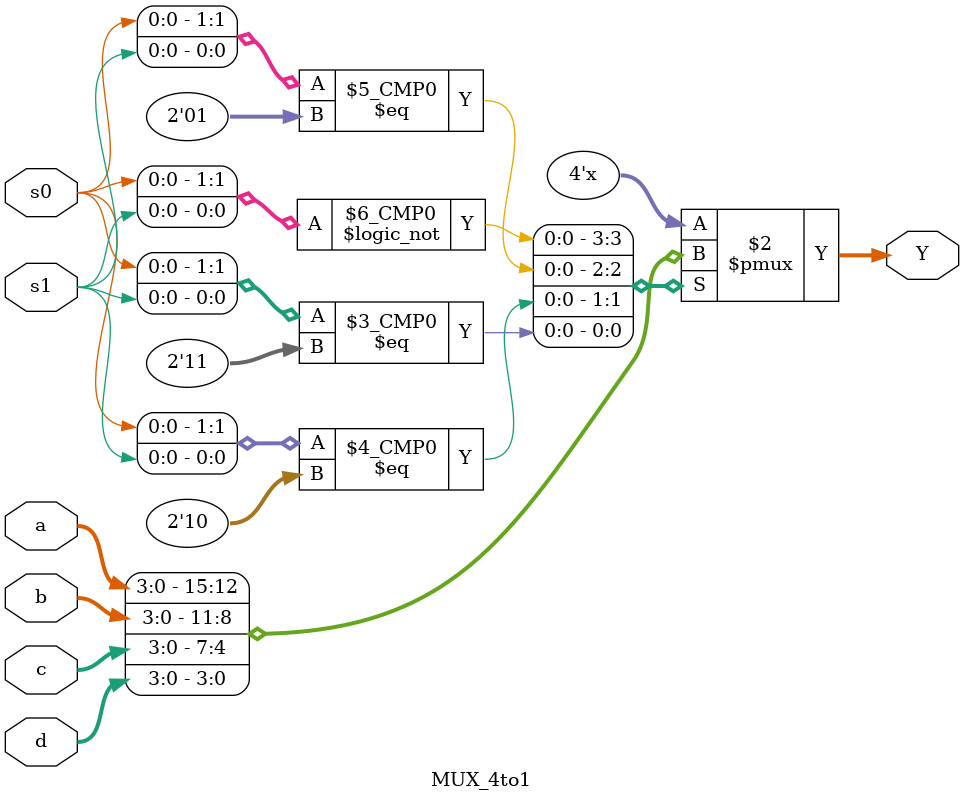
<source format=sv>
module MUX_4to1(input wire [3:0]a,b,c,d,
                input wire s0,s1,
                output reg [3:0]Y);
  always@(*)
    begin
      case({s0,s1})
        2'b00: Y = a;
        2'b01: Y = b;
        2'b10: Y = c;
        2'b11: Y = d;
      endcase
    end
endmodule
</source>
